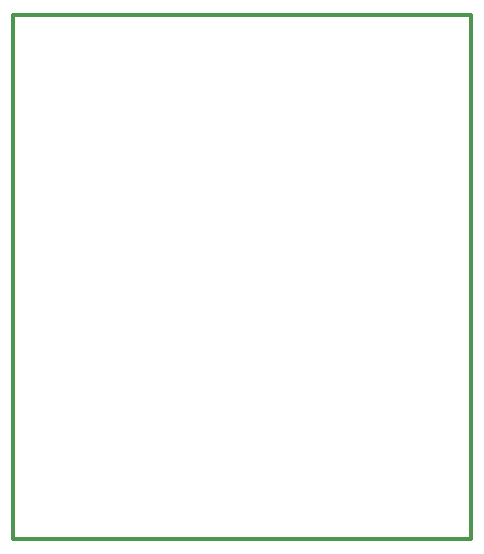
<source format=gko>
G04 Layer_Color=16711935*
%FSLAX42Y42*%
%MOMM*%
G71*
G01*
G75*
%ADD13C,0.30*%
D13*
X13Y130D02*
Y4570D01*
X3886D01*
Y130D02*
Y4570D01*
X13Y130D02*
X3886D01*
M02*

</source>
